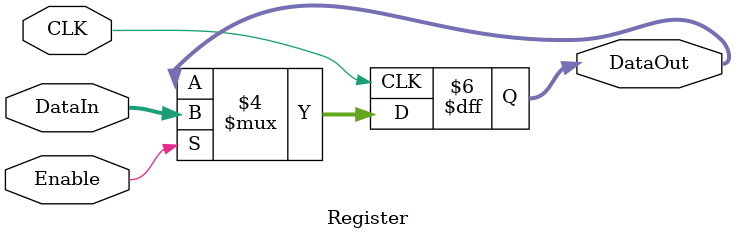
<source format=v>
module Register(CLK, DataIn, Enable, DataOut);
  input CLK;
  input Enable;
  input [7:0]DataIn;
  output reg [7:0]DataOut;
  
  
  always @(posedge CLK) begin
    if (Enable == 1)
      DataOut = DataIn;
  
end

endmodule  
</source>
